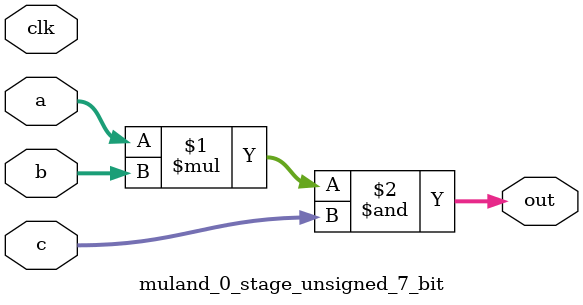
<source format=sv>
(* use_dsp = "yes" *) module muland_0_stage_unsigned_7_bit(
	input  [6:0] a,
	input  [6:0] b,
	input  [6:0] c,
	output [6:0] out,
	input clk);

	assign out = (a * b) & c;
endmodule

</source>
